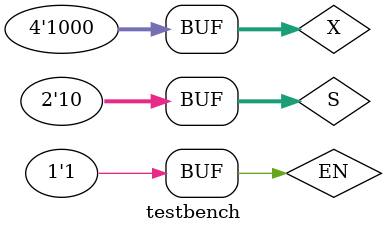
<source format=v>
`timescale 1ns / 1ps



module mult(
    input [3:0] X,
    input [1:0] S,
    input EN,
    output Y
    );
    
     reg Y;
       
     always @*
     if(EN)
     begin
        Y = 0;
        case(S)
            2'b00 : Y = X[0];
            2'b01 : Y = X[1];
            2'b10 : Y = X[2];
            2'b11 : Y = X[3];
        endcase
     end      
endmodule



module testbench;
    reg [1:0] S;
    reg EN;
    reg [3:0] X;
    //wire Y;
    
    mult m(X,S,EN,Y);
    
    initial
    begin
        EN = 1;
        S = 0;
        X = 1;
        #50;
        
        S = 1;
        X = 2;
        #50;
        
        S = 2;
        X = 4;
        #50;
        
        
        S = 2;
        X = 8;
       // EN = 1;
        #50;
        //$stop;
    end
endmodule    

</source>
